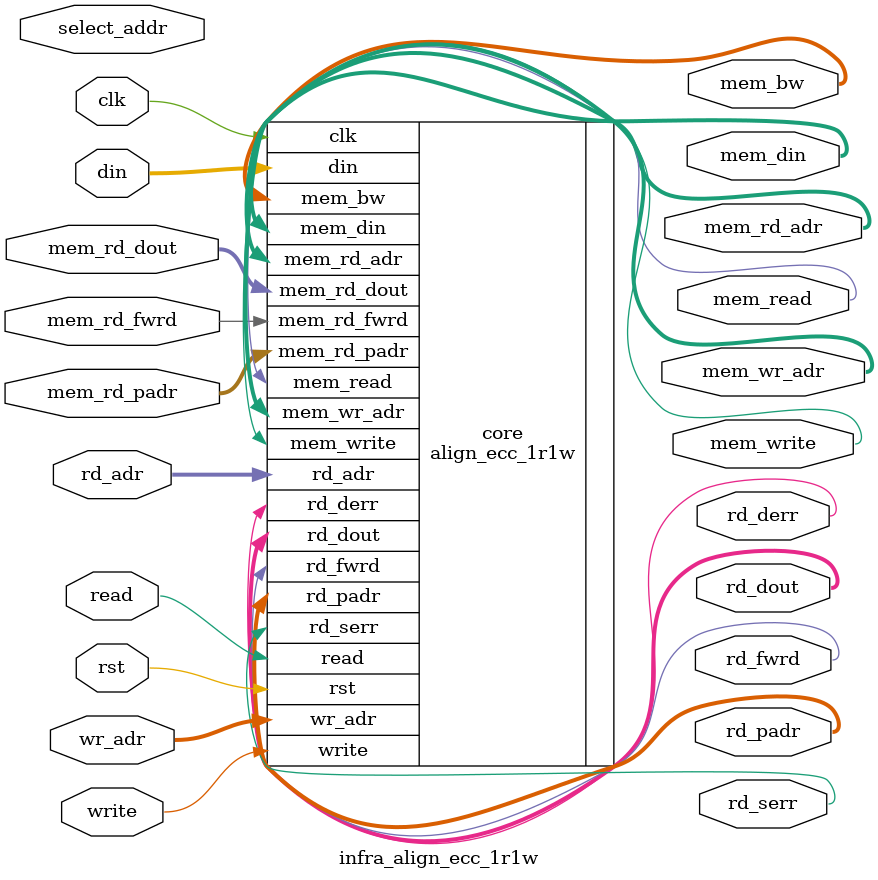
<source format=v>
module infra_align_ecc_1r1w (write, wr_adr, din, read, rd_adr, rd_dout, rd_fwrd, rd_serr, rd_derr, rd_padr,
	                     mem_write, mem_wr_adr, mem_bw, mem_din, mem_read, mem_rd_adr, mem_rd_dout, mem_rd_fwrd, mem_rd_padr,
		             clk, rst,
		             select_addr);

  parameter WIDTH = 32;
  parameter ENAPSDO = 0;
  parameter ENAPAR = 0;
  parameter ENAECC = 0;
  parameter ENADEC = 0;
  parameter ENAHEC = 0;
  parameter ENAQEC = 0;
  parameter ECCWDTH = 7;
  parameter NUMADDR = 1024;
  parameter BITADDR = 10;
  parameter NUMWRDS = 4;
  parameter BITWRDS = 2;
  parameter NUMSROW = 256;
  parameter BITSROW = 8;
  parameter BITPADR = 10;
  parameter SRAM_DELAY = 2;
  parameter FLOPGEN = 0;
  parameter FLOPCMD = 0;
  parameter FLOPMEM = 0;
  parameter FLOPOUT = 0;
  parameter ENAPADR = 0;
  parameter RSTZERO = 0;
  parameter RSTONES = 0;
  parameter CGFLOPC = 0;
  parameter CGFLOPM = 0;
  parameter CGFLOPO = 0;
  parameter FLOPECC1 = 0;
  parameter FLOPECC2 = 0;

  parameter MEMWDTH = ENAPAR ? WIDTH+1 : ENAECC ? WIDTH+ECCWDTH : ENADEC ? 2*WIDTH+ECCWDTH : ENAHEC ? WIDTH+2*ECCWDTH : ENAQEC ? WIDTH+4*ECCWDTH : WIDTH;

  input write;
  input [BITADDR-1:0] wr_adr;
  input [WIDTH-1:0] din;

  input read;
  input [BITADDR-1:0] rd_adr;
  output [WIDTH-1:0] rd_dout;
  output rd_fwrd;
  output rd_serr;
  output rd_derr;
  output [BITPADR-1:0] rd_padr;

  output mem_write;
  output [BITSROW-1:0] mem_wr_adr;
  output [NUMWRDS*MEMWDTH-1:0] mem_bw;
  output [NUMWRDS*MEMWDTH-1:0] mem_din;

  output mem_read;
  output [BITSROW-1:0] mem_rd_adr;
  input [NUMWRDS*MEMWDTH-1:0] mem_rd_dout;
  input mem_rd_fwrd;
  input [BITPADR-BITWRDS-1:0] mem_rd_padr;

  input clk;
  input rst;

  input [BITADDR-1:0] select_addr;

  align_ecc_1r1w #(.WIDTH (WIDTH), .ENAPSDO (ENAPSDO), .NUMADDR (NUMADDR), .BITADDR (BITADDR),
                   .ENAPAR (ENAPAR), .ENAECC (ENAECC), .ENADEC (ENADEC), .ENAHEC (ENAHEC), .ENAQEC (ENAQEC), .ECCWDTH (ECCWDTH),
                   .NUMWRDS (NUMWRDS), .BITWRDS (BITWRDS), .NUMSROW (NUMSROW), .BITSROW (BITSROW), .BITPADR (BITPADR),
                   .SRAM_DELAY (SRAM_DELAY), .FLOPGEN (FLOPGEN), .FLOPCMD (FLOPCMD), .FLOPMEM (FLOPMEM), .FLOPOUT (FLOPOUT), .ENAPADR (ENAPADR),
                   .CGFLOPC(CGFLOPC), .CGFLOPM(CGFLOPM), .CGFLOPO(CGFLOPO), .FLOPECC1(FLOPECC1), .FLOPECC2(FLOPECC2)
                 )
    core (.write (write), .wr_adr (wr_adr), .din (din),
          .read (read), .rd_adr (rd_adr), .rd_dout (rd_dout), .rd_fwrd (rd_fwrd), .rd_serr (rd_serr), .rd_derr (rd_derr), .rd_padr (rd_padr),
          .mem_write (mem_write), .mem_wr_adr (mem_wr_adr), .mem_bw (mem_bw), .mem_din (mem_din),
          .mem_read (mem_read), .mem_rd_adr (mem_rd_adr), .mem_rd_dout (mem_rd_dout), .mem_rd_fwrd (mem_rd_fwrd), .mem_rd_padr (mem_rd_padr),
          .clk (clk), .rst (rst));

`ifdef FORMAL
//synopsys translate_off
assume_select_addr_range: assume property (@(posedge clk) disable iff (rst) (select_addr < NUMADDR));
assume_select_addr_stable: assume property (@(posedge clk) disable iff (rst) $stable(select_addr));

ip_top_sva_align_ecc_1r1w #(
     .WIDTH       (WIDTH),
     .ENAPSDO     (ENAPSDO),
     .ENAPAR      (ENAPAR),
     .ENAECC      (ENAECC),
     .ENADEC      (ENADEC),
     .ENAHEC      (ENAHEC),
     .ENAQEC      (ENAQEC),
     .ECCWDTH     (ECCWDTH),
     .NUMADDR     (NUMADDR),
     .BITADDR     (BITADDR),
     .NUMWRDS     (NUMWRDS),
     .BITWRDS     (BITWRDS),
     .NUMSROW     (NUMSROW),
     .BITSROW     (BITSROW),
     .BITPADR     (BITPADR),
     .SRAM_DELAY  (SRAM_DELAY),
     .FLOPGEN     (FLOPGEN),
     .FLOPCMD     (FLOPCMD),
     .FLOPMEM     (FLOPMEM),
     .FLOPOUT     (FLOPOUT),
     .ENAPADR     (ENAPADR),
     .RSTZERO     (RSTZERO),
     .RSTONES     (RSTONES))
ip_top_sva (.*);

ip_top_sva_2_align_ecc_1r1w #(
     .ENAPSDO     (ENAPSDO),
     .NUMADDR     (NUMADDR),
     .BITADDR     (BITADDR),
     .NUMSROW     (NUMSROW),
     .BITSROW     (BITSROW))
ip_top_sva_2 (.*);
//synopsys translate_on

`elsif SIM_SVA
//synopsys translate_off

genvar sva_int;
// generate for (sva_int=0; sva_int<WIDTH; sva_int=sva_int+1) begin
generate for (sva_int=0; sva_int<1; sva_int=sva_int+1) begin: sva_loop
  wire [BITADDR-1:0] help_addr = sva_int;
ip_top_sva_align_ecc_1r1w #(
     .WIDTH       (WIDTH),
     .ENAPSDO     (ENAPSDO),
     .ENAPAR      (ENAPAR),
     .ENAECC      (ENAECC),
     .ENADEC      (ENADEC),
     .ENAHEC      (ENAHEC),
     .ENAQEC      (ENAQEC),
     .ECCWDTH     (ECCWDTH),
     .NUMADDR     (NUMADDR),
     .BITADDR     (BITADDR),
     .NUMWRDS     (NUMWRDS),
     .BITWRDS     (BITWRDS),
     .NUMSROW     (NUMSROW),
     .BITSROW     (BITSROW),
     .BITPADR     (BITPADR),
     .SRAM_DELAY  (SRAM_DELAY),
     .FLOPGEN     (FLOPGEN),
     .FLOPCMD     (FLOPCMD),
     .FLOPMEM     (FLOPMEM),
     .FLOPOUT     (FLOPOUT),
     .ENAPADR     (ENAPADR),
     .RSTZERO     (RSTZERO),
     .RSTONES     (RSTONES))
ip_top_sva (.select_addr(help_addr), .*);
end
endgenerate

ip_top_sva_2_align_ecc_1r1w #(
     .ENAPSDO     (ENAPSDO),
     .NUMADDR     (NUMADDR),
     .BITADDR     (BITADDR),
     .NUMSROW     (NUMSROW),
     .BITSROW     (BITSROW))
ip_top_sva_2 (.*);
//synopsys translate_on

`endif

endmodule


</source>
